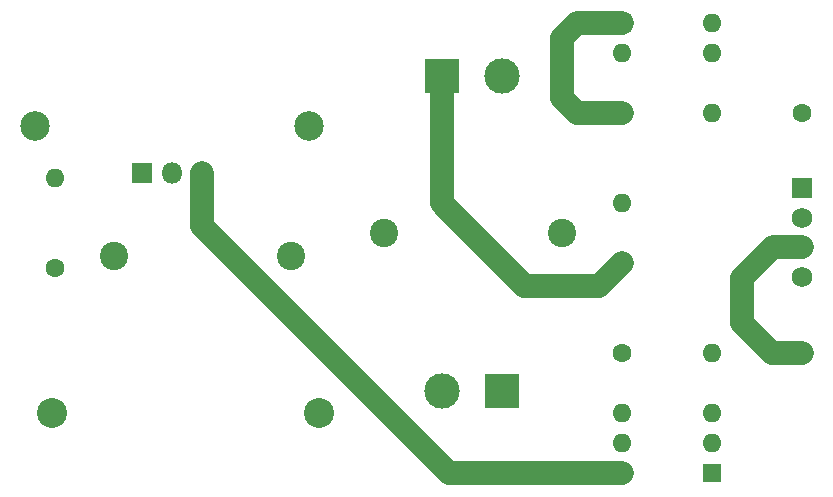
<source format=gbr>
G04 #@! TF.FileFunction,Copper,L1,Top,Signal*
%FSLAX46Y46*%
G04 Gerber Fmt 4.6, Leading zero omitted, Abs format (unit mm)*
G04 Created by KiCad (PCBNEW 4.0.7-e2-6376~58~ubuntu16.04.1) date Fri Jun 29 12:06:55 2018*
%MOMM*%
%LPD*%
G01*
G04 APERTURE LIST*
%ADD10C,0.100000*%
%ADD11R,1.800000X1.800000*%
%ADD12O,1.800000X1.800000*%
%ADD13C,1.600000*%
%ADD14O,1.600000X1.600000*%
%ADD15R,1.600000X1.600000*%
%ADD16R,1.750000X1.750000*%
%ADD17C,1.750000*%
%ADD18R,3.000000X3.000000*%
%ADD19C,3.000000*%
%ADD20C,2.400000*%
%ADD21C,2.540000*%
%ADD22C,2.500000*%
%ADD23C,2.000000*%
G04 APERTURE END LIST*
D10*
D11*
X180340000Y-60960000D03*
D12*
X182880000Y-60960000D03*
X185420000Y-60960000D03*
D13*
X236220000Y-55880000D03*
D14*
X228600000Y-55880000D03*
D13*
X220980000Y-55880000D03*
D14*
X220980000Y-63500000D03*
D13*
X236220000Y-76200000D03*
D14*
X228600000Y-76200000D03*
D13*
X220980000Y-76200000D03*
D14*
X220980000Y-68580000D03*
D15*
X220980000Y-48260000D03*
D14*
X228600000Y-50800000D03*
X220980000Y-50800000D03*
X228600000Y-48260000D03*
D15*
X228600000Y-86360000D03*
D14*
X220980000Y-81280000D03*
X228600000Y-83820000D03*
X220980000Y-83820000D03*
X228600000Y-81280000D03*
X220980000Y-86360000D03*
D16*
X236220000Y-62230000D03*
D17*
X236220000Y-64730000D03*
X236220000Y-67230000D03*
X236220000Y-69730000D03*
D13*
X173000000Y-69000000D03*
D14*
X173000000Y-61380000D03*
D18*
X210820000Y-79375000D03*
D19*
X205740000Y-79375000D03*
D18*
X205740000Y-52705000D03*
D19*
X210820000Y-52705000D03*
D20*
X193000000Y-68000000D03*
X178000000Y-68000000D03*
D21*
X172720000Y-81280000D03*
X195320000Y-81280000D03*
D20*
X215900000Y-66040000D03*
X200900000Y-66040000D03*
D22*
X171280000Y-56970000D03*
X194480000Y-56970000D03*
D23*
X205740000Y-52705000D02*
X205740000Y-63500000D01*
X219075000Y-70485000D02*
X220980000Y-68580000D01*
X212725000Y-70485000D02*
X219075000Y-70485000D01*
X205740000Y-63500000D02*
X212725000Y-70485000D01*
X185420000Y-60960000D02*
X185420000Y-65420000D01*
X206360000Y-86360000D02*
X220980000Y-86360000D01*
X185420000Y-65420000D02*
X206360000Y-86360000D01*
X236220000Y-67230000D02*
X233760000Y-67230000D01*
X233680000Y-76200000D02*
X236220000Y-76200000D01*
X231140000Y-73660000D02*
X233680000Y-76200000D01*
X231140000Y-69850000D02*
X231140000Y-73660000D01*
X233760000Y-67230000D02*
X231140000Y-69850000D01*
X220980000Y-55880000D02*
X217170000Y-55880000D01*
X217170000Y-55880000D02*
X215900000Y-54610000D01*
X215900000Y-54610000D02*
X215900000Y-49530000D01*
X215900000Y-49530000D02*
X217170000Y-48260000D01*
X217170000Y-48260000D02*
X220980000Y-48260000D01*
X215900000Y-54610000D02*
X217170000Y-55880000D01*
M02*

</source>
